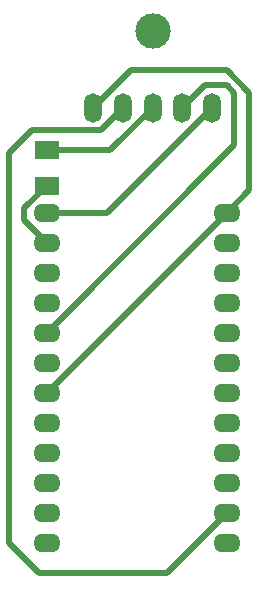
<source format=gbr>
G04 #@! TF.FileFunction,Copper,L2,Bot,Signal*
%FSLAX46Y46*%
G04 Gerber Fmt 4.6, Leading zero omitted, Abs format (unit mm)*
G04 Created by KiCad (PCBNEW 4.0.1-stable) date 2016/05/09 17:06:51*
%MOMM*%
G01*
G04 APERTURE LIST*
%ADD10C,0.100000*%
%ADD11R,2.000000X1.500000*%
%ADD12O,1.500000X2.500000*%
%ADD13C,3.000000*%
%ADD14O,2.300000X1.600000*%
%ADD15C,0.500000*%
G04 APERTURE END LIST*
D10*
D11*
X177800000Y-101830000D03*
X177800000Y-98830000D03*
D12*
X191770000Y-95250000D03*
X189270000Y-95250000D03*
X186770000Y-95250000D03*
X184270000Y-95250000D03*
X181770000Y-95250000D03*
D13*
X186770000Y-88750000D03*
D14*
X177800000Y-104140000D03*
X177800000Y-106680000D03*
X177800000Y-109220000D03*
X177800000Y-111760000D03*
X177800000Y-114300000D03*
X177800000Y-116840000D03*
X177800000Y-119380000D03*
X177800000Y-121920000D03*
X177800000Y-124460000D03*
X177800000Y-127000000D03*
X177800000Y-129540000D03*
X177800000Y-132080000D03*
X193040000Y-132080000D03*
X193040000Y-129540000D03*
X193040000Y-127000000D03*
X193040000Y-124460000D03*
X193040000Y-121920000D03*
X193040000Y-119380000D03*
X193040000Y-116840000D03*
X193040000Y-114300000D03*
X193040000Y-111760000D03*
X193040000Y-109220000D03*
X193040000Y-106680000D03*
X193040000Y-104140000D03*
D15*
X177800000Y-101830000D02*
X175895000Y-103735000D01*
X175895000Y-104775000D02*
X177800000Y-106680000D01*
X175895000Y-103735000D02*
X175895000Y-104775000D01*
X186770000Y-95250000D02*
X183190000Y-98830000D01*
X183190000Y-98830000D02*
X177800000Y-98830000D01*
X177800000Y-104140000D02*
X182880000Y-104140000D01*
X182880000Y-104140000D02*
X191770000Y-95250000D01*
X189270000Y-95250000D02*
X191175000Y-93345000D01*
X193675000Y-98425000D02*
X177800000Y-114300000D01*
X193675000Y-93980000D02*
X193675000Y-98425000D01*
X193040000Y-93345000D02*
X193675000Y-93980000D01*
X191175000Y-93345000D02*
X193040000Y-93345000D01*
X184270000Y-95250000D02*
X182365000Y-97155000D01*
X187960000Y-134620000D02*
X193040000Y-129540000D01*
X177165000Y-134620000D02*
X187960000Y-134620000D01*
X174625000Y-132080000D02*
X177165000Y-134620000D01*
X174625000Y-99060000D02*
X174625000Y-132080000D01*
X176530000Y-97155000D02*
X174625000Y-99060000D01*
X182365000Y-97155000D02*
X176530000Y-97155000D01*
X193040000Y-104140000D02*
X194945000Y-102235000D01*
X184945000Y-92075000D02*
X181770000Y-95250000D01*
X193040000Y-92075000D02*
X184945000Y-92075000D01*
X194945000Y-93980000D02*
X193040000Y-92075000D01*
X194945000Y-102235000D02*
X194945000Y-93980000D01*
X177800000Y-119380000D02*
X193040000Y-104140000D01*
M02*

</source>
